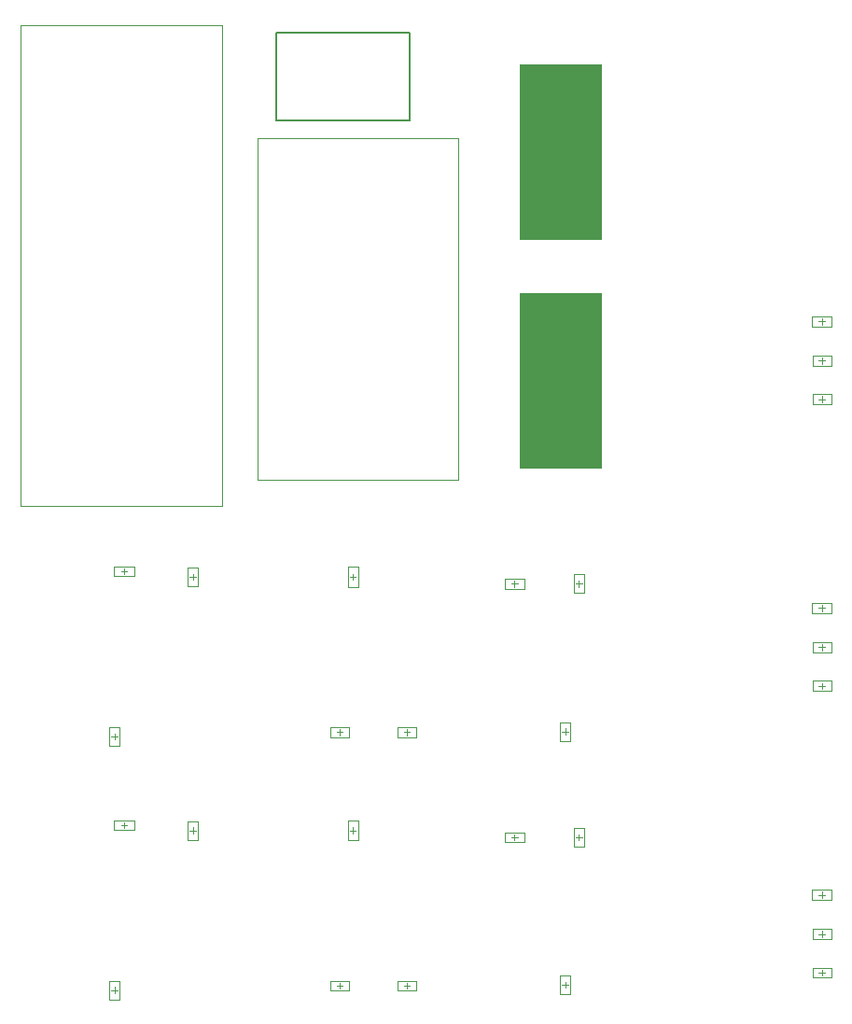
<source format=gbr>
%TF.GenerationSoftware,Altium Limited,Altium Designer,24.3.1 (35)*%
G04 Layer_Color=32768*
%FSLAX45Y45*%
%MOMM*%
%TF.SameCoordinates,065391E9-2A1D-4ECE-AA0D-878B158C5FC5*%
%TF.FilePolarity,Positive*%
%TF.FileFunction,Other,Mechanical_15*%
%TF.Part,CustomerPanel*%
G01*
G75*
%TA.AperFunction,NonConductor*%
%ADD30C,0.12700*%
%ADD54C,0.05000*%
G36*
X5302600Y6520001D02*
Y4930001D01*
X4552600D01*
Y6520001D01*
X5302600D01*
D02*
G37*
G36*
Y8595000D02*
Y7005000D01*
X4552600D01*
Y8595000D01*
X5302600D01*
D02*
G37*
D30*
X2343500Y8089800D02*
X3553500D01*
X2343500D02*
Y8889800D01*
X3553500D01*
Y8089800D02*
Y8889800D01*
D54*
X25801Y4590002D02*
X1853799D01*
X25801D02*
Y8958000D01*
X1853799D01*
Y4590002D02*
Y8958000D01*
X2172101Y4830601D02*
Y7928599D01*
X4000099D01*
Y4830601D02*
Y7928599D01*
X2172101Y4830601D02*
X4000099D01*
X848802Y203200D02*
X903798D01*
X876300Y175702D02*
Y230698D01*
X831301Y118201D02*
Y288199D01*
X921299Y118201D02*
Y288199D01*
X831301Y118201D02*
X921299D01*
X831301Y288199D02*
X921299D01*
X1560000Y1650998D02*
X1614996D01*
X1587498Y1623500D02*
Y1678497D01*
X1632496Y1566000D02*
Y1735997D01*
X1542499Y1566000D02*
Y1735997D01*
X1632496D01*
X1542499Y1566000D02*
X1632496D01*
X965200Y1671802D02*
Y1726798D01*
X937697Y1699300D02*
X992698D01*
X1055197Y1654301D02*
Y1744299D01*
X875198Y1654301D02*
Y1744299D01*
Y1654301D02*
X1055197D01*
X875198Y1744299D02*
X1055197D01*
X848802Y2503200D02*
X903798D01*
X876300Y2475702D02*
Y2530698D01*
X831301Y2418201D02*
Y2588199D01*
X921299Y2418201D02*
Y2588199D01*
X831301Y2418201D02*
X921299D01*
X831301Y2588199D02*
X921299D01*
X1560000Y3950998D02*
X1614996D01*
X1587498Y3923500D02*
Y3978496D01*
X1632496Y3866000D02*
Y4035997D01*
X1542499Y3866000D02*
Y4035997D01*
X1632496D01*
X1542499Y3866000D02*
X1632496D01*
X965200Y3971802D02*
Y4026798D01*
X937697Y3999300D02*
X992698D01*
X1055197Y3954301D02*
Y4044298D01*
X875198Y3954301D02*
Y4044298D01*
Y3954301D02*
X1055197D01*
X875198Y4044298D02*
X1055197D01*
X3530000Y213802D02*
Y268798D01*
X3502502Y241300D02*
X3557498D01*
X3445001Y196301D02*
X3614999D01*
X3445001Y286299D02*
X3614999D01*
Y196301D02*
Y286299D01*
X3445001Y196301D02*
Y286299D01*
X3013902Y1651000D02*
X3068898D01*
X3041400Y1623502D02*
Y1678503D01*
X2996401Y1741002D02*
X3086399D01*
X2996401Y1561003D02*
X3086399D01*
Y1741002D01*
X2996401Y1561003D02*
Y1741002D01*
X2920200Y213802D02*
Y268798D01*
X2892702Y241300D02*
X2947698D01*
X2835202Y286299D02*
X3005199D01*
X2835202Y196301D02*
X3005199D01*
X2835202D02*
Y286299D01*
X3005199Y196301D02*
Y286299D01*
X3530000Y2513802D02*
Y2568798D01*
X3502502Y2541300D02*
X3557498D01*
X3445001Y2496301D02*
X3614999D01*
X3445001Y2586299D02*
X3614999D01*
Y2496301D02*
Y2586299D01*
X3445001Y2496301D02*
Y2586299D01*
X3013902Y3951000D02*
X3068898D01*
X3041400Y3923502D02*
Y3978503D01*
X2996401Y4041002D02*
X3086399D01*
X2996401Y3861003D02*
X3086399D01*
Y4041002D01*
X2996401Y3861003D02*
Y4041002D01*
X2920200Y2513802D02*
Y2568798D01*
X2892702Y2541300D02*
X2947698D01*
X2835202Y2586299D02*
X3005199D01*
X2835202Y2496301D02*
X3005199D01*
X2835202D02*
Y2586299D01*
X3005199Y2496301D02*
Y2586299D01*
X7295400Y1039302D02*
Y1094298D01*
X7267902Y1066800D02*
X7322903D01*
X7385402Y1021801D02*
Y1111799D01*
X7205403Y1021801D02*
Y1111799D01*
Y1021801D02*
X7385402D01*
X7205403Y1111799D02*
X7385402D01*
X7295400Y333702D02*
Y388698D01*
X7267902Y361200D02*
X7322903D01*
X7210401Y316201D02*
X7380404D01*
X7210401Y406199D02*
X7380404D01*
Y316201D02*
Y406199D01*
X7210401Y316201D02*
Y406199D01*
X7295400Y683702D02*
Y738698D01*
X7267902Y711200D02*
X7322898D01*
X7210401Y666201D02*
X7380398D01*
X7210401Y756199D02*
X7380398D01*
Y666201D02*
Y756199D01*
X7210401Y666201D02*
Y756199D01*
X7295400Y3639302D02*
Y3694298D01*
X7267902Y3666800D02*
X7322903D01*
X7385402Y3621801D02*
Y3711799D01*
X7205403Y3621801D02*
Y3711799D01*
Y3621801D02*
X7385402D01*
X7205403Y3711799D02*
X7385402D01*
X7295400Y2933702D02*
Y2988698D01*
X7267902Y2961200D02*
X7322903D01*
X7210401Y2916201D02*
X7380404D01*
X7210401Y3006199D02*
X7380404D01*
Y2916201D02*
Y3006199D01*
X7210401Y2916201D02*
Y3006199D01*
X7295400Y3283702D02*
Y3338698D01*
X7267902Y3311200D02*
X7322898D01*
X7210401Y3266201D02*
X7380398D01*
X7210401Y3356199D02*
X7380398D01*
Y3266201D02*
Y3356199D01*
X7210401Y3266201D02*
Y3356199D01*
X7295400Y6239302D02*
Y6294298D01*
X7267902Y6266800D02*
X7322903D01*
X7385402Y6221802D02*
Y6311799D01*
X7205403Y6221802D02*
Y6311799D01*
Y6221802D02*
X7385402D01*
X7205403Y6311799D02*
X7385402D01*
X7295400Y5533702D02*
Y5588698D01*
X7267902Y5561200D02*
X7322903D01*
X7210401Y5516202D02*
X7380404D01*
X7210401Y5606199D02*
X7380404D01*
Y5516202D02*
Y5606199D01*
X7210401Y5516202D02*
Y5606199D01*
X7295400Y5883702D02*
Y5938698D01*
X7267902Y5911200D02*
X7322898D01*
X7210401Y5866202D02*
X7380398D01*
X7210401Y5956199D02*
X7380398D01*
Y5866202D02*
Y5956199D01*
X7210401Y5866202D02*
Y5956199D01*
X5064702Y1587500D02*
X5119698D01*
X5092200Y1560002D02*
Y1614998D01*
X5137199Y1502501D02*
Y1672499D01*
X5047201Y1502501D02*
Y1672499D01*
X5137199D01*
X5047201Y1502501D02*
X5137199D01*
X4939102Y248199D02*
X4994098D01*
X4966600Y220701D02*
Y275697D01*
X4921601Y163200D02*
Y333197D01*
X5011599Y163200D02*
Y333197D01*
X4921601Y163200D02*
X5011599D01*
X4921601Y333197D02*
X5011599D01*
X4508000Y1560002D02*
Y1614998D01*
X4480502Y1587500D02*
X4535498D01*
X4417998Y1542501D02*
Y1632499D01*
X4598002Y1542501D02*
Y1632499D01*
X4417998D02*
X4598002D01*
X4417998Y1542501D02*
X4598002D01*
X5064702Y3887500D02*
X5119698D01*
X5092200Y3860002D02*
Y3914998D01*
X5137199Y3802501D02*
Y3972499D01*
X5047201Y3802501D02*
Y3972499D01*
X5137199D01*
X5047201Y3802501D02*
X5137199D01*
X4939102Y2548199D02*
X4994098D01*
X4966600Y2520701D02*
Y2575697D01*
X4921601Y2463200D02*
Y2633197D01*
X5011599Y2463200D02*
Y2633197D01*
X4921601Y2463200D02*
X5011599D01*
X4921601Y2633197D02*
X5011599D01*
X4508000Y3860002D02*
Y3914998D01*
X4480502Y3887500D02*
X4535498D01*
X4417998Y3842501D02*
Y3932499D01*
X4598002Y3842501D02*
Y3932499D01*
X4417998D02*
X4598002D01*
X4417998Y3842501D02*
X4598002D01*
%TF.MD5,913545f7e61defea48cbac51095493c1*%
M02*

</source>
